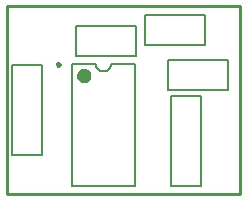
<source format=gto>
%FSDAX24Y24*%
%MOMM*%
%SFA1B1*%

%IPPOS*%
%ADD15C,0.250000*%
%ADD16C,0.599999*%
%ADD17C,0.250000*%
%ADD18C,0.200000*%
%LNpwmdriver-1*%
%LPD*%
G54D15*
X273099Y1263599D02*
X469900D01*
Y1104900D02*
Y1263599D01*
X273099Y1104900D02*
X469900D01*
X273099D02*
Y1263599D01*
G54D16*
X340799Y1204799D02*
D01*
X340792Y1205009*
X340770Y1205217*
X340734Y1205423*
X340683Y1205626*
X340618Y1205825*
X340540Y1206020*
X340448Y1206208*
X340343Y1206389*
X340226Y1206563*
X340098Y1206728*
X339957Y1206883*
X339807Y1207029*
X339646Y1207163*
X339477Y1207286*
X339299Y1207397*
X339114Y1207496*
X338923Y1207581*
X338727Y1207653*
X338525Y1207710*
X338320Y1207754*
X338113Y1207783*
X337904Y1207797*
X337695*
X337486Y1207783*
X337278Y1207754*
X337074Y1207710*
X336872Y1207653*
X336675Y1207581*
X336484Y1207496*
X336299Y1207397*
X336122Y1207286*
X335952Y1207163*
X335792Y1207029*
X335641Y1206883*
X335501Y1206728*
X335372Y1206563*
X335255Y1206389*
X335150Y1206208*
X335059Y1206020*
X334980Y1205825*
X334916Y1205626*
X334865Y1205423*
X334829Y1205217*
X334807Y1205009*
X334799Y1204799*
X334807Y1204590*
X334829Y1204382*
X334865Y1204176*
X334916Y1203972*
X334980Y1203773*
X335059Y1203579*
X335150Y1203391*
X335255Y1203210*
X335372Y1203036*
X335501Y1202871*
X335641Y1202715*
X335792Y1202570*
X335952Y1202435*
X336122Y1202312*
X336299Y1202201*
X336484Y1202103*
X336675Y1202018*
X336872Y1201946*
X337074Y1201888*
X337278Y1201845*
X337486Y1201816*
X337695Y1201801*
X337904*
X338113Y1201816*
X338320Y1201845*
X338525Y1201888*
X338727Y1201946*
X338923Y1202018*
X339114Y1202103*
X339299Y1202201*
X339477Y1202312*
X339646Y1202435*
X339807Y1202570*
X339957Y1202715*
X340098Y1202871*
X340226Y1203036*
X340343Y1203210*
X340448Y1203391*
X340540Y1203579*
X340618Y1203773*
X340683Y1203972*
X340734Y1204176*
X340770Y1204382*
X340792Y1204590*
X340799Y1204799*
G54D17*
X317500Y1214399D02*
D01*
X317496Y1214483*
X317488Y1214566*
X317473Y1214649*
X317453Y1214730*
X317427Y1214810*
X317396Y1214887*
X317359Y1214963*
X317317Y1215035*
X317270Y1215105*
X317219Y1215171*
X317163Y1215233*
X317102Y1215291*
X317038Y1215345*
X316970Y1215394*
X316899Y1215439*
X316825Y1215478*
X316749Y1215512*
X316670Y1215541*
X316590Y1215564*
X316508Y1215581*
X316425Y1215593*
X316341Y1215599*
X316257*
X316174Y1215593*
X316091Y1215581*
X316009Y1215564*
X315929Y1215541*
X315850Y1215512*
X315773Y1215478*
X315699Y1215439*
X315628Y1215394*
X315560Y1215345*
X315496Y1215291*
X315436Y1215233*
X315380Y1215171*
X315329Y1215105*
X315282Y1215035*
X315240Y1214963*
X315203Y1214887*
X315172Y1214810*
X315146Y1214730*
X315126Y1214649*
X315111Y1214566*
X315102Y1214483*
X315099Y1214399*
X315102Y1214316*
X315111Y1214232*
X315126Y1214150*
X315146Y1214069*
X315172Y1213989*
X315203Y1213911*
X315240Y1213836*
X315282Y1213763*
X315329Y1213694*
X315380Y1213628*
X315436Y1213566*
X315496Y1213508*
X315560Y1213454*
X315628Y1213404*
X315699Y1213360*
X315773Y1213321*
X315850Y1213287*
X315929Y1213258*
X316009Y1213235*
X316091Y1213218*
X316174Y1213206*
X316257Y1213200*
X316341*
X316425Y1213206*
X316508Y1213218*
X316590Y1213235*
X316670Y1213258*
X316749Y1213287*
X316825Y1213321*
X316899Y1213360*
X316970Y1213404*
X317038Y1213454*
X317102Y1213508*
X317163Y1213566*
X317219Y1213628*
X317270Y1213694*
X317317Y1213763*
X317359Y1213836*
X317396Y1213911*
X317427Y1213989*
X317453Y1214069*
X317473Y1214150*
X317488Y1214232*
X317496Y1214316*
X317500Y1214399*
G54D18*
X347999Y1214799D02*
D01*
X348015Y1214360*
X348061Y1213923*
X348137Y1213490*
X348243Y1213063*
X348379Y1212645*
X348544Y1212237*
X348737Y1211842*
X348957Y1211461*
X349203Y1211096*
X349473Y1210750*
X349767Y1210423*
X350084Y1210117*
X350421Y1209835*
X350777Y1209576*
X351149Y1209344*
X351538Y1209137*
X351939Y1208958*
X352353Y1208808*
X352775Y1208686*
X353205Y1208595*
X353641Y1208534*
X354080Y1208503*
X354519*
X354958Y1208534*
X355393Y1208595*
X355824Y1208686*
X356246Y1208808*
X356659Y1208958*
X357061Y1209137*
X357449Y1209344*
X357822Y1209576*
X358178Y1209835*
X358515Y1210117*
X358831Y1210423*
X359126Y1210750*
X359396Y1211096*
X359642Y1211461*
X359862Y1211842*
X360055Y1212237*
X360220Y1212645*
X360355Y1213063*
X360462Y1213490*
X360538Y1213923*
X360584Y1214360*
X360699Y1214799*
X408899Y1192499D02*
Y1217899D01*
X459699*
Y1192499D02*
Y1217899D01*
X408899Y1192499D02*
X459699D01*
X331499Y1221699D02*
Y1247099D01*
X382299*
Y1221699D02*
Y1247099D01*
X331499Y1221699D02*
X382299D01*
X389899Y1230599D02*
Y1255999D01*
X440699*
Y1230599D02*
Y1255999D01*
X389899Y1230599D02*
X440699D01*
X327799Y1111799D02*
X380799D01*
X360699Y1214799D02*
X380799D01*
X327799D02*
X347999D01*
X380799Y1111799D02*
Y1214799D01*
X327799Y1111799D02*
Y1214799D01*
X302299Y1137899D02*
Y1214099D01*
X276899D02*
X302299D01*
X276899Y1137899D02*
Y1214099D01*
Y1137899D02*
X302299D01*
X411499Y1111199D02*
X436899D01*
X411499D02*
Y1187499D01*
X436899*
Y1111199D02*
Y1187499D01*
M02*
</source>
